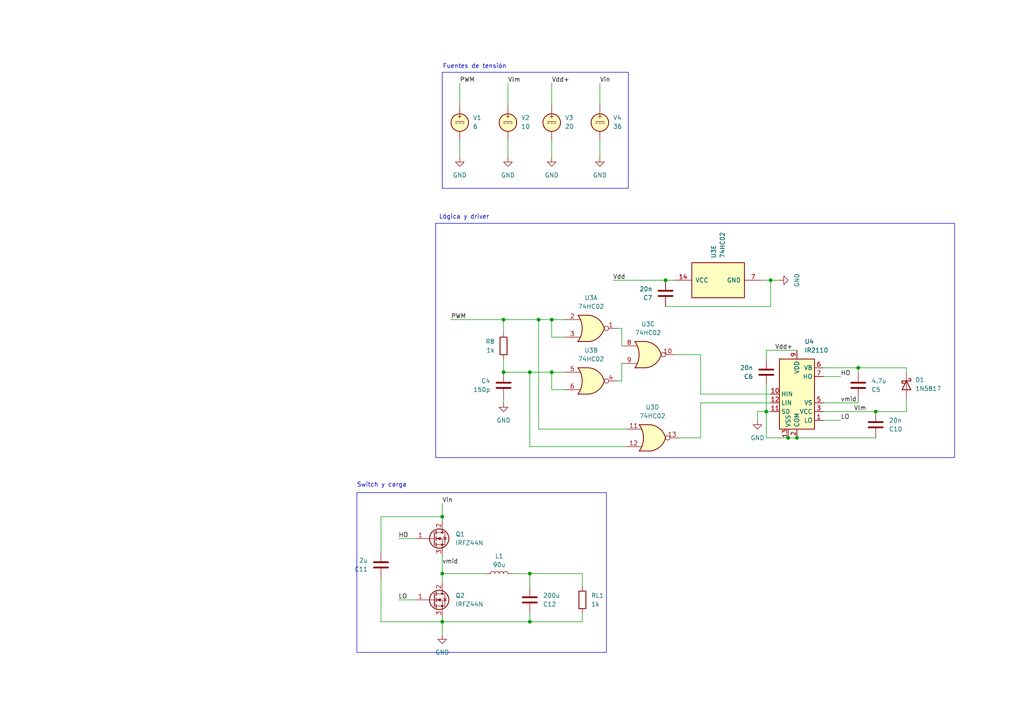
<source format=kicad_sch>
(kicad_sch (version 20231120) (generator "eeschema") (generator_version "8.0")
  (paper "A4")
  (lib_symbols
    (symbol "74xx:74HC02" (pin_names (offset 1.016))
      (property "Reference" "U" (at 0 1.27 0))
      (property "Value" "74HC02" (at 0 -1.27 0))
      (symbol "74HC02_1_1"
        (arc (start -3.81 -3.81) (mid -2.589 0) (end -3.81 3.81) (stroke (width 0.254)))
        (arc (start -0.6096 -3.81) (mid 2.1842 -2.5851) (end 3.81 0) (stroke (width 0.254)) (fill (type background)))
        (polyline (pts (xy -3.81 -3.81) (xy -0.635 -3.81)) (stroke (width 0.254)) (fill (type background)))
        (polyline (pts (xy -3.81 3.81) (xy -0.635 3.81)) (stroke (width 0.254)) (fill (type background)))
        (polyline (pts (xy -0.635 3.81) (xy -3.81 3.81) (xy -3.81 3.81) (xy -3.556 3.4036) (xy -3.0226 2.2606) (xy -2.6924 1.0414) (xy -2.6162 -0.254) (xy -2.7686 -1.4986) (xy -3.175 -2.7178) (xy -3.81 -3.81) (xy -3.81 -3.81) (xy -0.635 -3.81)) (stroke (width -25.4)) (fill (type background)))
        (arc (start 3.81 0) (mid 2.1915 2.5936) (end -0.6096 3.81) (stroke (width 0.254)) (fill (type background)))
        (pin output inverted (at 7.62 0 180) (length 3.81) (name "~") (number "1"))
        (pin input line (at -7.62 2.54 0) (length 4.318) (name "~") (number "2"))
        (pin input line (at -7.62 -2.54 0) (length 4.318) (name "~") (number "3"))
      )
      (symbol "74HC02_1_2"
        (arc (start 0 -3.81) (mid 3.7934 0) (end 0 3.81) (stroke (width 0.254)) (fill (type background)))
        (polyline (pts (xy 0 3.81) (xy -3.81 3.81) (xy -3.81 -3.81) (xy 0 -3.81)) (stroke (width 0.254)) (fill (type background)))
        (pin output line (at 7.62 0 180) (length 3.81) (name "~") (number "1"))
        (pin input inverted (at -7.62 2.54 0) (length 3.81) (name "~") (number "2"))
        (pin input inverted (at -7.62 -2.54 0) (length 3.81) (name "~") (number "3"))
      )
      (symbol "74HC02_2_1"
        (arc (start -3.81 -3.81) (mid -2.589 0) (end -3.81 3.81) (stroke (width 0.254)))
        (arc (start -0.6096 -3.81) (mid 2.1842 -2.5851) (end 3.81 0) (stroke (width 0.254)) (fill (type background)))
        (polyline (pts (xy -3.81 -3.81) (xy -0.635 -3.81)) (stroke (width 0.254)) (fill (type background)))
        (polyline (pts (xy -3.81 3.81) (xy -0.635 3.81)) (stroke (width 0.254)) (fill (type background)))
        (polyline (pts (xy -0.635 3.81) (xy -3.81 3.81) (xy -3.81 3.81) (xy -3.556 3.4036) (xy -3.0226 2.2606) (xy -2.6924 1.0414) (xy -2.6162 -0.254) (xy -2.7686 -1.4986) (xy -3.175 -2.7178) (xy -3.81 -3.81) (xy -3.81 -3.81) (xy -0.635 -3.81)) (stroke (width -25.4)) (fill (type background)))
        (arc (start 3.81 0) (mid 2.1915 2.5936) (end -0.6096 3.81) (stroke (width 0.254)) (fill (type background)))
        (pin output inverted (at 7.62 0 180) (length 3.81) (name "~") (number "4"))
        (pin input line (at -7.62 2.54 0) (length 4.318) (name "~") (number "5"))
        (pin input line (at -7.62 -2.54 0) (length 4.318) (name "~") (number "6"))
      )
      (symbol "74HC02_2_2"
        (arc (start 0 -3.81) (mid 3.7934 0) (end 0 3.81) (stroke (width 0.254)) (fill (type background)))
        (polyline (pts (xy 0 3.81) (xy -3.81 3.81) (xy -3.81 -3.81) (xy 0 -3.81)) (stroke (width 0.254)) (fill (type background)))
        (pin output line (at 7.62 0 180) (length 3.81) (name "~") (number "4"))
        (pin input inverted (at -7.62 2.54 0) (length 3.81) (name "~") (number "5"))
        (pin input inverted (at -7.62 -2.54 0) (length 3.81) (name "~") (number "6"))
      )
      (symbol "74HC02_3_1"
        (arc (start -3.81 -3.81) (mid -2.589 0) (end -3.81 3.81) (stroke (width 0.254)))
        (arc (start -0.6096 -3.81) (mid 2.1842 -2.5851) (end 3.81 0) (stroke (width 0.254)) (fill (type background)))
        (polyline (pts (xy -3.81 -3.81) (xy -0.635 -3.81)) (stroke (width 0.254)) (fill (type background)))
        (polyline (pts (xy -3.81 3.81) (xy -0.635 3.81)) (stroke (width 0.254)) (fill (type background)))
        (polyline (pts (xy -0.635 3.81) (xy -3.81 3.81) (xy -3.81 3.81) (xy -3.556 3.4036) (xy -3.0226 2.2606) (xy -2.6924 1.0414) (xy -2.6162 -0.254) (xy -2.7686 -1.4986) (xy -3.175 -2.7178) (xy -3.81 -3.81) (xy -3.81 -3.81) (xy -0.635 -3.81)) (stroke (width -25.4)) (fill (type background)))
        (arc (start 3.81 0) (mid 2.1915 2.5936) (end -0.6096 3.81) (stroke (width 0.254)) (fill (type background)))
        (pin output inverted (at 7.62 0 180) (length 3.81) (name "~") (number "10"))
        (pin input line (at -7.62 2.54 0) (length 4.318) (name "~") (number "8"))
        (pin input line (at -7.62 -2.54 0) (length 4.318) (name "~") (number "9"))
      )
      (symbol "74HC02_3_2"
        (arc (start 0 -3.81) (mid 3.7934 0) (end 0 3.81) (stroke (width 0.254)) (fill (type background)))
        (polyline (pts (xy 0 3.81) (xy -3.81 3.81) (xy -3.81 -3.81) (xy 0 -3.81)) (stroke (width 0.254)) (fill (type background)))
        (pin output line (at 7.62 0 180) (length 3.81) (name "~") (number "10"))
        (pin input inverted (at -7.62 2.54 0) (length 3.81) (name "~") (number "8"))
        (pin input inverted (at -7.62 -2.54 0) (length 3.81) (name "~") (number "9"))
      )
      (symbol "74HC02_4_1"
        (arc (start -3.81 -3.81) (mid -2.589 0) (end -3.81 3.81) (stroke (width 0.254)))
        (arc (start -0.6096 -3.81) (mid 2.1842 -2.5851) (end 3.81 0) (stroke (width 0.254)) (fill (type background)))
        (polyline (pts (xy -3.81 -3.81) (xy -0.635 -3.81)) (stroke (width 0.254)) (fill (type background)))
        (polyline (pts (xy -3.81 3.81) (xy -0.635 3.81)) (stroke (width 0.254)) (fill (type background)))
        (polyline (pts (xy -0.635 3.81) (xy -3.81 3.81) (xy -3.81 3.81) (xy -3.556 3.4036) (xy -3.0226 2.2606) (xy -2.6924 1.0414) (xy -2.6162 -0.254) (xy -2.7686 -1.4986) (xy -3.175 -2.7178) (xy -3.81 -3.81) (xy -3.81 -3.81) (xy -0.635 -3.81)) (stroke (width -25.4)) (fill (type background)))
        (arc (start 3.81 0) (mid 2.1915 2.5936) (end -0.6096 3.81) (stroke (width 0.254)) (fill (type background)))
        (pin input line (at -7.62 2.54 0) (length 4.318) (name "~") (number "11"))
        (pin input line (at -7.62 -2.54 0) (length 4.318) (name "~") (number "12"))
        (pin output inverted (at 7.62 0 180) (length 3.81) (name "~") (number "13"))
      )
      (symbol "74HC02_4_2"
        (arc (start 0 -3.81) (mid 3.7934 0) (end 0 3.81) (stroke (width 0.254)) (fill (type background)))
        (polyline (pts (xy 0 3.81) (xy -3.81 3.81) (xy -3.81 -3.81) (xy 0 -3.81)) (stroke (width 0.254)) (fill (type background)))
        (pin input inverted (at -7.62 2.54 0) (length 3.81) (name "~") (number "11"))
        (pin input inverted (at -7.62 -2.54 0) (length 3.81) (name "~") (number "12"))
        (pin output line (at 7.62 0 180) (length 3.81) (name "~") (number "13"))
      )
      (symbol "74HC02_5_0"
        (pin power_in line (at 0 12.7 270) (length 5.08) (name "VCC") (number "14"))
        (pin power_in line (at 0 -12.7 90) (length 5.08) (name "GND") (number "7"))
      )
      (symbol "74HC02_5_1"
        (rectangle (start -5.08 7.62) (end 5.08 -7.62) (stroke (width 0.254)) (fill (type background)))
      )
    )
    (symbol "Device:C" (pin_numbers hide) (pin_names (offset 0.254))
      (property "Reference" "C" (at 0.635 2.54 0))
      (property "Value" "C" (at 0.635 -2.54 0))
      (symbol "C_0_1"
        (polyline (pts (xy -2.032 -0.762) (xy 2.032 -0.762)) (stroke (width 0.508)))
        (polyline (pts (xy -2.032 0.762) (xy 2.032 0.762)) (stroke (width 0.508)))
      )
      (symbol "C_1_1"
        (pin passive line (at 0 3.81 270) (length 2.794) (name "~") (number "1"))
        (pin passive line (at 0 -3.81 90) (length 2.794) (name "~") (number "2"))
      )
    )
    (symbol "Device:L" (pin_numbers hide) (pin_names (offset 1.016) hide)
      (property "Reference" "L" (at -1.27 0 90))
      (property "Value" "L" (at 1.905 0 90))
      (symbol "L_0_1"
        (arc (start 0 -2.54) (mid 0.6323 -1.905) (end 0 -1.27))
        (arc (start 0 -1.27) (mid 0.6323 -0.635) (end 0 0))
        (arc (start 0 0) (mid 0.6323 0.635) (end 0 1.27))
        (arc (start 0 1.27) (mid 0.6323 1.905) (end 0 2.54))
      )
      (symbol "L_1_1"
        (pin passive line (at 0 3.81 270) (length 1.27) (name "1") (number "1"))
        (pin passive line (at 0 -3.81 90) (length 1.27) (name "2") (number "2"))
      )
    )
    (symbol "Device:R" (pin_numbers hide) (pin_names (offset 0))
      (property "Reference" "R" (at 2.032 0 90))
      (property "Value" "R" (at 0 0 90))
      (symbol "R_0_1"
        (rectangle (start -1.016 -2.54) (end 1.016 2.54) (stroke (width 0.254)))
      )
      (symbol "R_1_1"
        (pin passive line (at 0 3.81 270) (length 1.27) (name "~") (number "1"))
        (pin passive line (at 0 -3.81 90) (length 1.27) (name "~") (number "2"))
      )
    )
    (symbol "Diode:1N5817" (pin_numbers hide) (pin_names (offset 1.016) hide)
      (property "Reference" "D" (at 0 2.54 0))
      (property "Value" "1N5817" (at 0 -2.54 0))
      (symbol "1N5817_0_1"
        (polyline (pts (xy 1.27 0) (xy -1.27 0)))
        (polyline (pts (xy 1.27 1.27) (xy 1.27 -1.27) (xy -1.27 0) (xy 1.27 1.27)) (stroke (width 0.254)))
        (polyline (pts (xy -1.905 0.635) (xy -1.905 1.27) (xy -1.27 1.27) (xy -1.27 -1.27) (xy -0.635 -1.27) (xy -0.635 -0.635)) (stroke (width 0.254)))
      )
      (symbol "1N5817_1_1"
        (pin passive line (at -3.81 0 0) (length 2.54) (name "K") (number "1"))
        (pin passive line (at 3.81 0 180) (length 2.54) (name "A") (number "2"))
      )
    )
    (symbol "Driver_FET:IR2110"
      (property "Reference" "U" (at 1.27 13.335 0))
      (property "Value" "IR2110" (at 1.27 11.43 0))
      (symbol "IR2110_0_1"
        (rectangle (start -5.08 -10.16) (end 5.08 10.16) (stroke (width 0.254)) (fill (type background)))
      )
      (symbol "IR2110_1_1"
        (pin output line (at 7.62 -7.62 180) (length 2.54) (name "LO") (number "1"))
        (pin input line (at -7.62 0 0) (length 2.54) (name "HIN") (number "10"))
        (pin input line (at -7.62 -5.08 0) (length 2.54) (name "SD") (number "11"))
        (pin input line (at -7.62 -2.54 0) (length 2.54) (name "LIN") (number "12"))
        (pin power_in line (at -2.54 -12.7 90) (length 2.54) (name "VSS") (number "13"))
        (pin no_connect line (at -5.08 2.54 0) (length 2.54) hide (name "NC") (number "14"))
        (pin power_in line (at 0 -12.7 90) (length 2.54) (name "COM") (number "2"))
        (pin power_in line (at 7.62 -5.08 180) (length 2.54) (name "VCC") (number "3"))
        (pin no_connect line (at -5.08 7.62 0) (length 2.54) hide (name "NC") (number "4"))
        (pin passive line (at 7.62 -2.54 180) (length 2.54) (name "VS") (number "5"))
        (pin passive line (at 7.62 7.62 180) (length 2.54) (name "VB") (number "6"))
        (pin output line (at 7.62 5.08 180) (length 2.54) (name "HO") (number "7"))
        (pin no_connect line (at -5.08 5.08 0) (length 2.54) hide (name "NC") (number "8"))
        (pin power_in line (at 0 12.7 270) (length 2.54) (name "VDD") (number "9"))
      )
    )
    (symbol "Simulation_SPICE:VDC" (pin_numbers hide) (pin_names (offset 0.0254))
      (property "Reference" "V" (at 2.54 2.54 0))
      (property "Value" "1" (at 2.54 0 0))
      (symbol "VDC_0_0"
        (polyline (pts (xy -1.27 0.254) (xy 1.27 0.254)))
        (polyline (pts (xy -0.762 -0.254) (xy -1.27 -0.254)))
        (polyline (pts (xy 0.254 -0.254) (xy -0.254 -0.254)))
        (polyline (pts (xy 1.27 -0.254) (xy 0.762 -0.254)))
        (text "+" (at 0 1.905 0) (effects (font (size 1.27 1.27))))
      )
      (symbol "VDC_0_1"
        (circle (center 0 0) (radius 2.54) (stroke (width 0.254)) (fill (type background)))
      )
      (symbol "VDC_1_1"
        (pin passive line (at 0 5.08 270) (length 2.54) (name "~") (number "1"))
        (pin passive line (at 0 -5.08 90) (length 2.54) (name "~") (number "2"))
      )
    )
    (symbol "Transistor_FET:IRLZ44N" (pin_names hide)
      (property "Reference" "Q" (at 5.08 1.905 0))
      (property "Value" "IRLZ44N" (at 5.08 0 0))
      (symbol "IRLZ44N_0_1"
        (polyline (pts (xy 0.254 0) (xy -2.54 0)))
        (polyline (pts (xy 0.254 1.905) (xy 0.254 -1.905)) (stroke (width 0.254)))
        (polyline (pts (xy 0.762 -1.27) (xy 0.762 -2.286)) (stroke (width 0.254)))
        (polyline (pts (xy 0.762 0.508) (xy 0.762 -0.508)) (stroke (width 0.254)))
        (polyline (pts (xy 0.762 2.286) (xy 0.762 1.27)) (stroke (width 0.254)))
        (polyline (pts (xy 2.54 2.54) (xy 2.54 1.778)))
        (polyline (pts (xy 2.54 -2.54) (xy 2.54 0) (xy 0.762 0)))
        (polyline (pts (xy 0.762 -1.778) (xy 3.302 -1.778) (xy 3.302 1.778) (xy 0.762 1.778)))
        (polyline (pts (xy 1.016 0) (xy 2.032 0.381) (xy 2.032 -0.381) (xy 1.016 0)) (fill (type outline)))
        (polyline (pts (xy 2.794 0.508) (xy 2.921 0.381) (xy 3.683 0.381) (xy 3.81 0.254)))
        (polyline (pts (xy 3.302 0.381) (xy 2.921 -0.254) (xy 3.683 -0.254) (xy 3.302 0.381)))
        (circle (center 1.651 0) (radius 2.794) (stroke (width 0.254)))
        (circle (center 2.54 -1.778) (radius 0.254) (fill (type outline)))
        (circle (center 2.54 1.778) (radius 0.254) (fill (type outline)))
      )
      (symbol "IRLZ44N_1_1"
        (pin input line (at -5.08 0 0) (length 2.54) (name "G") (number "1"))
        (pin passive line (at 2.54 5.08 270) (length 2.54) (name "D") (number "2"))
        (pin passive line (at 2.54 -5.08 90) (length 2.54) (name "S") (number "3"))
      )
    )
    (symbol "power:GND" (power) (pin_numbers hide) (pin_names (offset 0) hide)
      (property "Value" "GND" (at 0 -3.81 0))
      (symbol "GND_0_1"
        (polyline (pts (xy 0 0) (xy 0 -1.27) (xy 1.27 -1.27) (xy 0 -2.54) (xy -1.27 -1.27) (xy 0 -1.27)))
      )
      (symbol "GND_1_1"
        (pin power_in line (at 0 0 270) (length 0) (name "~") (number "1"))
      )
    )
  )
  (junction (at 160.02 92.71))
  (junction (at 156.21 92.71))
  (junction (at 153.67 107.95))
  (junction (at 228.6 127))
  (junction (at 146.05 92.71))
  (junction (at 248.92 106.68))
  (junction (at 128.27 166.37))
  (junction (at 153.67 180.34))
  (junction (at 223.52 81.28))
  (junction (at 128.27 180.34))
  (junction (at 128.27 149.86))
  (junction (at 222.25 119.38))
  (junction (at 231.14 127))
  (junction (at 146.05 107.95))
  (junction (at 160.02 107.95))
  (junction (at 153.67 166.37))
  (junction (at 193.04 81.28))
  (junction (at 254 119.38))
  (wire (pts (xy 180.34 105.41) (xy 180.34 110.49)))
  (wire (pts (xy 147.32 24.13) (xy 147.32 30.48)))
  (wire (pts (xy 180.34 100.33) (xy 180.34 95.25)))
  (wire (pts (xy 160.02 40.64) (xy 160.02 45.72)))
  (wire (pts (xy 115.57 156.21) (xy 120.65 156.21)))
  (wire (pts (xy 156.21 92.71) (xy 156.21 124.46)))
  (wire (pts (xy 133.35 40.64) (xy 133.35 45.72)))
  (wire (pts (xy 173.99 24.13) (xy 173.99 30.48)))
  (wire (pts (xy 222.25 104.14) (xy 222.25 101.6)))
  (wire (pts (xy 223.52 116.84) (xy 203.2 116.84)))
  (wire (pts (xy 254 119.38) (xy 262.89 119.38)))
  (wire (pts (xy 222.25 119.38) (xy 223.52 119.38)))
  (wire (pts (xy 193.04 81.28) (xy 195.58 81.28)))
  (wire (pts (xy 147.32 40.64) (xy 147.32 45.72)))
  (wire (pts (xy 179.07 95.25) (xy 180.34 95.25)))
  (wire (pts (xy 193.04 88.9) (xy 223.52 88.9)))
  (wire (pts (xy 231.14 127) (xy 254 127)))
  (wire (pts (xy 228.6 127) (xy 231.14 127)))
  (wire (pts (xy 219.71 119.38) (xy 222.25 119.38)))
  (wire (pts (xy 177.8 81.28) (xy 193.04 81.28)))
  (wire (pts (xy 168.91 170.18) (xy 168.91 166.37)))
  (wire (pts (xy 146.05 115.57) (xy 146.05 116.84)))
  (wire (pts (xy 248.92 107.95) (xy 248.92 106.68)))
  (wire (pts (xy 168.91 180.34) (xy 153.67 180.34)))
  (wire (pts (xy 262.89 115.57) (xy 262.89 119.38)))
  (wire (pts (xy 153.67 166.37) (xy 168.91 166.37)))
  (wire (pts (xy 146.05 92.71) (xy 156.21 92.71)))
  (wire (pts (xy 148.59 166.37) (xy 153.67 166.37)))
  (wire (pts (xy 219.71 121.92) (xy 219.71 119.38)))
  (wire (pts (xy 128.27 180.34) (xy 128.27 184.15)))
  (wire (pts (xy 223.52 88.9) (xy 223.52 81.28)))
  (wire (pts (xy 222.25 127) (xy 228.6 127)))
  (wire (pts (xy 168.91 177.8) (xy 168.91 180.34)))
  (wire (pts (xy 160.02 24.13) (xy 160.02 30.48)))
  (wire (pts (xy 153.67 107.95) (xy 153.67 129.54)))
  (wire (pts (xy 153.67 180.34) (xy 128.27 180.34)))
  (wire (pts (xy 153.67 129.54) (xy 181.61 129.54)))
  (wire (pts (xy 156.21 92.71) (xy 160.02 92.71)))
  (wire (pts (xy 128.27 166.37) (xy 128.27 168.91)))
  (wire (pts (xy 146.05 104.14) (xy 146.05 107.95)))
  (wire (pts (xy 110.49 160.02) (xy 110.49 149.86)))
  (wire (pts (xy 203.2 114.3) (xy 203.2 102.87)))
  (wire (pts (xy 238.76 116.84) (xy 248.92 116.84)))
  (wire (pts (xy 160.02 107.95) (xy 160.02 113.03)))
  (wire (pts (xy 163.83 113.03) (xy 160.02 113.03)))
  (wire (pts (xy 163.83 97.79) (xy 160.02 97.79)))
  (wire (pts (xy 223.52 114.3) (xy 203.2 114.3)))
  (wire (pts (xy 153.67 177.8) (xy 153.67 180.34)))
  (wire (pts (xy 128.27 146.05) (xy 128.27 149.86)))
  (wire (pts (xy 156.21 124.46) (xy 181.61 124.46)))
  (wire (pts (xy 146.05 107.95) (xy 153.67 107.95)))
  (wire (pts (xy 110.49 167.64) (xy 110.49 180.34)))
  (wire (pts (xy 222.25 119.38) (xy 222.25 127)))
  (wire (pts (xy 153.67 166.37) (xy 153.67 170.18)))
  (wire (pts (xy 196.85 127) (xy 203.2 127)))
  (wire (pts (xy 262.89 106.68) (xy 262.89 107.95)))
  (wire (pts (xy 222.25 101.6) (xy 231.14 101.6)))
  (wire (pts (xy 128.27 161.29) (xy 128.27 166.37)))
  (wire (pts (xy 179.07 110.49) (xy 180.34 110.49)))
  (wire (pts (xy 222.25 111.76) (xy 222.25 119.38)))
  (wire (pts (xy 128.27 166.37) (xy 140.97 166.37)))
  (wire (pts (xy 146.05 96.52) (xy 146.05 92.71)))
  (wire (pts (xy 262.89 106.68) (xy 248.92 106.68)))
  (wire (pts (xy 238.76 109.22) (xy 243.84 109.22)))
  (wire (pts (xy 160.02 107.95) (xy 163.83 107.95)))
  (wire (pts (xy 128.27 179.07) (xy 128.27 180.34)))
  (wire (pts (xy 110.49 149.86) (xy 128.27 149.86)))
  (wire (pts (xy 133.35 24.13) (xy 133.35 30.48)))
  (wire (pts (xy 195.58 102.87) (xy 203.2 102.87)))
  (wire (pts (xy 160.02 92.71) (xy 163.83 92.71)))
  (wire (pts (xy 238.76 119.38) (xy 254 119.38)))
  (wire (pts (xy 220.98 81.28) (xy 223.52 81.28)))
  (wire (pts (xy 248.92 106.68) (xy 238.76 106.68)))
  (wire (pts (xy 203.2 116.84) (xy 203.2 127)))
  (wire (pts (xy 173.99 40.64) (xy 173.99 45.72)))
  (wire (pts (xy 238.76 121.92) (xy 243.84 121.92)))
  (wire (pts (xy 223.52 81.28) (xy 226.06 81.28)))
  (wire (pts (xy 110.49 180.34) (xy 128.27 180.34)))
  (wire (pts (xy 115.57 173.99) (xy 120.65 173.99)))
  (wire (pts (xy 160.02 92.71) (xy 160.02 97.79)))
  (wire (pts (xy 248.92 115.57) (xy 248.92 116.84)))
  (wire (pts (xy 153.67 107.95) (xy 160.02 107.95)))
  (wire (pts (xy 128.27 149.86) (xy 128.27 151.13)))
  (wire (pts (xy 130.81 92.71) (xy 146.05 92.71)))
  (rectangle (start 128.27 20.955) (end 182.245 54.61))
  (rectangle (start 103.505 142.875) (end 175.895 189.23))
  (rectangle (start 126.365 64.77) (end 276.86 132.715))
  (text "Fuentes de tensión" (at 137.668 19.304 0) (effects (font (size 1.27 1.27))))
  (text "Switch y carga" (at 110.744 140.716 0) (effects (font (size 1.27 1.27))))
  (text "Lógica y driver" (at 134.62 62.992 0) (effects (font (size 1.27 1.27))))
  (label "Vdd+" (at 224.79 101.6 0))
  (label "Vdd" (at 177.8 81.28 0))
  (label "HO" (at 115.57 156.21 0))
  (label "HO" (at 243.84 109.22 0))
  (label "Vin" (at 128.27 146.05 0))
  (label "LO" (at 115.57 173.99 0))
  (label "vmid" (at 243.84 116.84 0))
  (label "vmid" (at 128.27 163.83 0))
  (label "Vdd+" (at 160.02 24.13 0))
  (label "Vlm" (at 247.65 119.38 0))
  (label "PWM" (at 133.35 24.13 0))
  (label "Vin" (at 173.99 24.13 0))
  (label "Vlm" (at 147.32 24.13 0))
  (label "LO" (at 243.84 121.92 0))
  (label "PWM" (at 130.81 92.71 0))
  (symbol (lib_id "Device:C") (at 254 123.19 0) (mirror x) (unit 1)
    (property "Reference" "C10" (at 257.81 124.4601 0) (effects (justify left)))
    (property "Value" "20n" (at 257.81 121.9201 0) (effects (justify left)))
    (property "Footprint" "Capacitor_SMD:C_2225_5664Metric_Pad1.80x6.60mm_HandSolder" (effects (hide yes)))
    (property "Description" "Unpolarized capacitor" (effects (hide yes)))
  )
  (symbol (lib_id "74xx:74HC02") (at 187.96 102.87 0) (unit 3)
    (property "Reference" "U3" (at 187.96 93.98 0))
    (property "Value" "74HC02" (at 187.96 96.52 0))
    (property "Footprint" "Package_DIP:DIP-14_W10.16mm_LongPads" (effects (hide yes)))
    (property "Datasheet" "http://www.ti.com/lit/gpn/sn74hc02" (effects (hide yes)))
    (property "Description" "quad 2-input NOR gate" (effects (hide yes)))
  )
  (symbol (lib_id "74xx:74HC02") (at 208.28 81.28 90) (unit 5)
    (property "Reference" "U3" (at 207.0099 74.93 0) (effects (justify left)))
    (property "Value" "74HC02" (at 209.5499 74.93 0) (effects (justify left)))
    (property "Footprint" "Package_DIP:DIP-14_W10.16mm_LongPads" (effects (hide yes)))
    (property "Datasheet" "http://www.ti.com/lit/gpn/sn74hc02" (effects (hide yes)))
    (property "Description" "quad 2-input NOR gate" (effects (hide yes)))
  )
  (symbol (lib_id "Device:C") (at 146.05 111.76 0) (mirror y) (unit 1)
    (property "Reference" "C4" (at 142.24 110.4899 0) (effects (justify left)))
    (property "Value" "150p" (at 142.24 113.0299 0) (effects (justify left)))
    (property "Footprint" "Capacitor_SMD:C_2225_5664Metric_Pad1.80x6.60mm_HandSolder" (effects (hide yes)))
    (property "Description" "Unpolarized capacitor" (effects (hide yes)))
  )
  (symbol (lib_id "Device:L") (at 144.78 166.37 90) (unit 1)
    (property "Reference" "L1" (at 144.78 161.29 90))
    (property "Value" "90u" (at 144.78 163.83 90))
    (property "Footprint" "Inductor_THT:L_Axial_L30.0mm_D8.0mm_P35.56mm_Horizontal_Fastron_77A" (effects (hide yes)))
    (property "Description" "Inductor" (effects (hide yes)))
  )
  (symbol (lib_id "74xx:74HC02") (at 171.45 95.25 0) (unit 1)
    (property "Reference" "U3" (at 171.45 86.36 0))
    (property "Value" "74HC02" (at 171.45 88.9 0))
    (property "Footprint" "Package_DIP:DIP-14_W10.16mm_LongPads" (effects (hide yes)))
    (property "Datasheet" "http://www.ti.com/lit/gpn/sn74hc02" (effects (hide yes)))
    (property "Description" "quad 2-input NOR gate" (effects (hide yes)))
  )
  (symbol (lib_id "power:GND") (at 219.71 121.92 0) (unit 1)
    (property "Reference" "#PWR09" (effects (hide yes)))
    (property "Value" "GND" (at 219.71 127 0))
    (property "Description" "Power symbol creates a global label with name \"GND\" , ground" (effects (hide yes)))
  )
  (symbol (lib_id "Device:C") (at 222.25 107.95 180) (unit 1)
    (property "Reference" "C6" (at 218.44 109.2201 0) (effects (justify left)))
    (property "Value" "20n" (at 218.44 106.6801 0) (effects (justify left)))
    (property "Footprint" "Capacitor_SMD:C_2225_5664Metric_Pad1.80x6.60mm_HandSolder" (effects (hide yes)))
    (property "Description" "Unpolarized capacitor" (effects (hide yes)))
  )
  (symbol (lib_id "Simulation_SPICE:VDC") (at 147.32 35.56 0) (unit 1)
    (property "Reference" "V2" (at 151.13 34.1601 0) (effects (justify left)))
    (property "Value" "10" (at 151.13 36.7001 0) (effects (justify left)))
    (property "Footprint" "Connector_PinHeader_2.54mm:PinHeader_2x01_P2.54mm_Vertical" (effects (hide yes)))
    (property "Datasheet" "https://ngspice.sourceforge.io/docs/ngspice-html-manual/manual.xhtml#sec_Independent_Sources_for" (effects (hide yes)))
    (property "Description" "Voltage source, DC" (effects (hide yes)))
    (property "Sim.Pins" "1=+ 2=-" (effects (hide yes)))
    (property "Sim.Type" "DC" (effects (hide yes)))
    (property "Sim.Device" "V" (effects (hide yes)))
  )
  (symbol (lib_id "power:GND") (at 146.05 116.84 0) (unit 1)
    (property "Reference" "#PWR08" (effects (hide yes)))
    (property "Value" "GND" (at 146.05 121.92 0))
    (property "Description" "Power symbol creates a global label with name \"GND\" , ground" (effects (hide yes)))
  )
  (symbol (lib_id "Device:C") (at 248.92 111.76 0) (mirror x) (unit 1)
    (property "Reference" "C5" (at 252.73 113.0301 0) (effects (justify left)))
    (property "Value" "4.7u" (at 252.73 110.4901 0) (effects (justify left)))
    (property "Footprint" "Capacitor_SMD:C_2225_5664Metric_Pad1.80x6.60mm_HandSolder" (effects (hide yes)))
    (property "Description" "Unpolarized capacitor" (effects (hide yes)))
  )
  (symbol (lib_id "power:GND") (at 173.99 45.72 0) (unit 1)
    (property "Reference" "#PWR012" (effects (hide yes)))
    (property "Value" "GND" (at 173.99 50.8 0))
    (property "Description" "Power symbol creates a global label with name \"GND\" , ground" (effects (hide yes)))
  )
  (symbol (lib_id "Device:C") (at 193.04 85.09 180) (unit 1)
    (property "Reference" "C7" (at 189.23 86.3601 0) (effects (justify left)))
    (property "Value" "20n" (at 189.23 83.8201 0) (effects (justify left)))
    (property "Footprint" "Capacitor_SMD:C_2225_5664Metric_Pad1.80x6.60mm_HandSolder" (effects (hide yes)))
    (property "Description" "Unpolarized capacitor" (effects (hide yes)))
  )
  (symbol (lib_id "Diode:1N5817") (at 262.89 111.76 270) (unit 1)
    (property "Reference" "D1" (at 265.43 110.1724 90) (effects (justify left)))
    (property "Value" "1N5817" (at 265.43 112.7124 90) (effects (justify left)))
    (property "Footprint" "Diode_THT:D_DO-41_SOD81_P10.16mm_Horizontal" (effects (hide yes)))
    (property "Datasheet" "http://www.vishay.com/docs/88525/1n5817.pdf" (effects (hide yes)))
    (property "Description" "20V 1A Schottky Barrier Rectifier Diode, DO-41" (effects (hide yes)))
  )
  (symbol (lib_id "power:GND") (at 128.27 184.15 0) (unit 1)
    (property "Reference" "#PWR013" (effects (hide yes)))
    (property "Value" "GND" (at 128.27 189.23 0))
    (property "Description" "Power symbol creates a global label with name \"GND\" , ground" (effects (hide yes)))
  )
  (symbol (lib_id "power:GND") (at 147.32 45.72 0) (unit 1)
    (property "Reference" "#PWR06" (effects (hide yes)))
    (property "Value" "GND" (at 147.32 50.8 0))
    (property "Description" "Power symbol creates a global label with name \"GND\" , ground" (effects (hide yes)))
  )
  (symbol (lib_id "Simulation_SPICE:VDC") (at 133.35 35.56 0) (unit 1)
    (property "Reference" "V1" (at 137.16 34.1601 0) (effects (justify left)))
    (property "Value" "6" (at 137.16 36.7001 0) (effects (justify left)))
    (property "Footprint" "Connector_PinHeader_2.54mm:PinHeader_2x01_P2.54mm_Vertical" (effects (hide yes)))
    (property "Datasheet" "https://ngspice.sourceforge.io/docs/ngspice-html-manual/manual.xhtml#sec_Independent_Sources_for" (effects (hide yes)))
    (property "Description" "Voltage source, DC" (effects (hide yes)))
    (property "Sim.Pins" "1=+ 2=-" (effects (hide yes)))
    (property "Sim.Type" "DC" (effects (hide yes)))
    (property "Sim.Device" "V" (effects (hide yes)))
  )
  (symbol (lib_id "Device:C") (at 110.49 163.83 180) (unit 1)
    (property "Reference" "C11" (at 106.68 165.1001 0) (effects (justify left)))
    (property "Value" "2u" (at 106.68 162.5601 0) (effects (justify left)))
    (property "Footprint" "Capacitor_SMD:C_2225_5664Metric_Pad1.80x6.60mm_HandSolder" (effects (hide yes)))
    (property "Description" "Unpolarized capacitor" (effects (hide yes)))
  )
  (symbol (lib_id "74xx:74HC02") (at 171.45 110.49 0) (unit 2)
    (property "Reference" "U3" (at 171.45 101.6 0))
    (property "Value" "74HC02" (at 171.45 104.14 0))
    (property "Footprint" "Package_DIP:DIP-14_W10.16mm_LongPads" (effects (hide yes)))
    (property "Datasheet" "http://www.ti.com/lit/gpn/sn74hc02" (effects (hide yes)))
    (property "Description" "quad 2-input NOR gate" (effects (hide yes)))
  )
  (symbol (lib_id "Transistor_FET:IRLZ44N") (at 125.73 173.99 0) (unit 1)
    (property "Reference" "Q2" (at 132.08 172.7199 0) (effects (justify left)))
    (property "Value" "IRFZ44N" (at 132.08 175.2599 0) (effects (justify left)))
    (property "Footprint" "Package_TO_SOT_THT:TO-220-3_Vertical" (effects (hide yes)))
    (property "Datasheet" "http://www.irf.com/product-info/datasheets/data/irlz44n.pdf" (effects (hide yes)))
    (property "Description" "47A Id, 55V Vds, 22mOhm Rds Single N-Channel HEXFET Power MOSFET, TO-220AB" (effects (hide yes)))
  )
  (symbol (lib_id "74xx:74HC02") (at 189.23 127 0) (unit 4)
    (property "Reference" "U3" (at 189.23 118.11 0))
    (property "Value" "74HC02" (at 189.23 120.65 0))
    (property "Footprint" "Package_DIP:DIP-14_W10.16mm_LongPads" (effects (hide yes)))
    (property "Datasheet" "http://www.ti.com/lit/gpn/sn74hc02" (effects (hide yes)))
    (property "Description" "quad 2-input NOR gate" (effects (hide yes)))
  )
  (symbol (lib_id "Transistor_FET:IRLZ44N") (at 125.73 156.21 0) (unit 1)
    (property "Reference" "Q1" (at 132.08 154.9399 0) (effects (justify left)))
    (property "Value" "IRFZ44N" (at 132.08 157.4799 0) (effects (justify left)))
    (property "Footprint" "Package_TO_SOT_THT:TO-220-3_Vertical" (effects (hide yes)))
    (property "Datasheet" "http://www.irf.com/product-info/datasheets/data/irlz44n.pdf" (effects (hide yes)))
    (property "Description" "47A Id, 55V Vds, 22mOhm Rds Single N-Channel HEXFET Power MOSFET, TO-220AB" (effects (hide yes)))
  )
  (symbol (lib_id "Device:R") (at 146.05 100.33 0) (mirror y) (unit 1)
    (property "Reference" "R8" (at 143.51 99.0599 0) (effects (justify left)))
    (property "Value" "1k" (at 143.51 101.5999 0) (effects (justify left)))
    (property "Footprint" "Resistor_SMD:R_2512_6332Metric_Pad1.40x3.35mm_HandSolder" (effects (hide yes)))
    (property "Description" "Resistor" (effects (hide yes)))
  )
  (symbol (lib_id "power:GND") (at 226.06 81.28 90) (unit 1)
    (property "Reference" "#PWR07" (effects (hide yes)))
    (property "Value" "GND" (at 231.14 81.28 0))
    (property "Description" "Power symbol creates a global label with name \"GND\" , ground" (effects (hide yes)))
  )
  (symbol (lib_id "power:GND") (at 160.02 45.72 0) (unit 1)
    (property "Reference" "#PWR011" (effects (hide yes)))
    (property "Value" "GND" (at 160.02 50.8 0))
    (property "Description" "Power symbol creates a global label with name \"GND\" , ground" (effects (hide yes)))
  )
  (symbol (lib_id "power:GND") (at 133.35 45.72 0) (unit 1)
    (property "Reference" "#PWR05" (effects (hide yes)))
    (property "Value" "GND" (at 133.35 50.8 0))
    (property "Description" "Power symbol creates a global label with name \"GND\" , ground" (effects (hide yes)))
  )
  (symbol (lib_id "Simulation_SPICE:VDC") (at 173.99 35.56 0) (unit 1)
    (property "Reference" "V4" (at 177.8 34.1601 0) (effects (justify left)))
    (property "Value" "36" (at 177.8 36.7001 0) (effects (justify left)))
    (property "Footprint" "Connector_PinHeader_2.54mm:PinHeader_2x01_P2.54mm_Vertical" (effects (hide yes)))
    (property "Datasheet" "https://ngspice.sourceforge.io/docs/ngspice-html-manual/manual.xhtml#sec_Independent_Sources_for" (effects (hide yes)))
    (property "Description" "Voltage source, DC" (effects (hide yes)))
    (property "Sim.Pins" "1=+ 2=-" (effects (hide yes)))
    (property "Sim.Type" "DC" (effects (hide yes)))
    (property "Sim.Device" "V" (effects (hide yes)))
  )
  (symbol (lib_id "Device:R") (at 168.91 173.99 0) (unit 1)
    (property "Reference" "RL1" (at 171.45 172.7199 0) (effects (justify left)))
    (property "Value" "1k" (at 171.45 175.2599 0) (effects (justify left)))
    (property "Footprint" "Connector_PinHeader_2.54mm:PinHeader_2x01_P2.54mm_Vertical" (effects (hide yes)))
    (property "Description" "Resistor" (effects (hide yes)))
  )
  (symbol (lib_id "Simulation_SPICE:VDC") (at 160.02 35.56 0) (unit 1)
    (property "Reference" "V3" (at 163.83 34.1601 0) (effects (justify left)))
    (property "Value" "20" (at 163.83 36.7001 0) (effects (justify left)))
    (property "Footprint" "Connector_PinHeader_2.54mm:PinHeader_2x01_P2.54mm_Vertical" (effects (hide yes)))
    (property "Datasheet" "https://ngspice.sourceforge.io/docs/ngspice-html-manual/manual.xhtml#sec_Independent_Sources_for" (effects (hide yes)))
    (property "Description" "Voltage source, DC" (effects (hide yes)))
    (property "Sim.Pins" "1=+ 2=-" (effects (hide yes)))
    (property "Sim.Type" "DC" (effects (hide yes)))
    (property "Sim.Device" "V" (effects (hide yes)))
  )
  (symbol (lib_id "Device:C") (at 153.67 173.99 0) (mirror x) (unit 1)
    (property "Reference" "C12" (at 157.48 175.2601 0) (effects (justify left)))
    (property "Value" "200u" (at 157.48 172.7201 0) (effects (justify left)))
    (property "Footprint" "Capacitor_SMD:C_2225_5664Metric_Pad1.80x6.60mm_HandSolder" (effects (hide yes)))
    (property "Description" "Unpolarized capacitor" (effects (hide yes)))
  )
  (symbol (lib_id "Driver_FET:IR2110") (at 231.14 114.3 0) (unit 1)
    (property "Reference" "U4" (at 233.3341 99.06 0) (effects (justify left)))
    (property "Value" "IR2110" (at 233.3341 101.6 0) (effects (justify left)))
    (property "Footprint" "Package_DIP:DIP-14_W7.62mm" (effects (hide yes)))
    (property "Datasheet" "https://www.infineon.com/dgdl/ir2110.pdf?fileId=5546d462533600a4015355c80333167e" (effects (hide yes)))
    (property "Description" "High and Low Side Driver, 500V, 2.0/2.0A, PDIP-14" (effects (hide yes)))
  )
)
</source>
